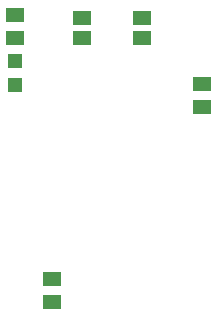
<source format=gtp>
G75*
G70*
%OFA0B0*%
%FSLAX24Y24*%
%IPPOS*%
%LPD*%
%AMOC8*
5,1,8,0,0,1.08239X$1,22.5*
%
%ADD10R,0.0591X0.0512*%
%ADD11R,0.0630X0.0512*%
%ADD12R,0.0472X0.0472*%
D10*
X008601Y010667D03*
X008601Y011337D03*
X010601Y011337D03*
X010601Y010667D03*
D11*
X007601Y001878D03*
X007601Y002626D03*
X012601Y008378D03*
X012601Y009126D03*
X006351Y010678D03*
X006351Y011426D03*
D12*
X006351Y009915D03*
X006351Y009089D03*
M02*

</source>
